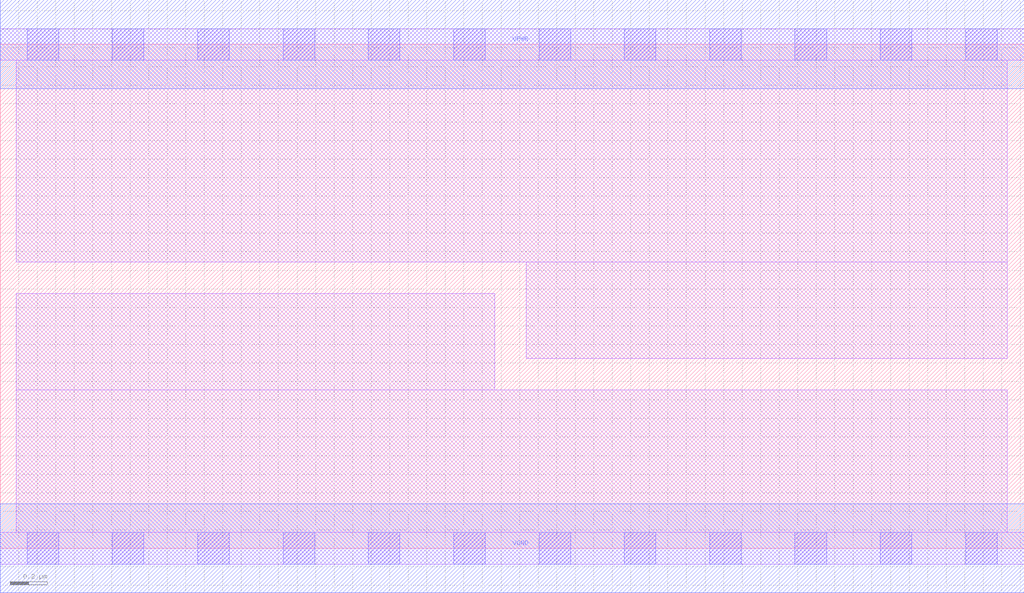
<source format=lef>
# Copyright 2020 The SkyWater PDK Authors
#
# Licensed under the Apache License, Version 2.0 (the "License");
# you may not use this file except in compliance with the License.
# You may obtain a copy of the License at
#
#     https://www.apache.org/licenses/LICENSE-2.0
#
# Unless required by applicable law or agreed to in writing, software
# distributed under the License is distributed on an "AS IS" BASIS,
# WITHOUT WARRANTIES OR CONDITIONS OF ANY KIND, either express or implied.
# See the License for the specific language governing permissions and
# limitations under the License.
#
# SPDX-License-Identifier: Apache-2.0

VERSION 5.7 ;
BUSBITCHARS "[]" ;
DIVIDERCHAR "/" ;
PROPERTYDEFINITIONS
  MACRO maskLayoutSubType STRING ;
  MACRO prCellType STRING ;
  MACRO originalViewName STRING ;
END PROPERTYDEFINITIONS
MACRO sky130_fd_sc_hdll__decap_12
  ORIGIN  0.000000  0.000000 ;
  CLASS CORE ;
  SYMMETRY X Y R90 ;
  SIZE  5.520000 BY  2.720000 ;
  SITE unithd ;
  PIN VGND
    DIRECTION INOUT ;
    USE GROUND ;
    PORT
      LAYER met1 ;
        RECT 0.000000 -0.240000 5.520000 0.240000 ;
    END
  END VGND
  PIN VPWR
    DIRECTION INOUT ;
    USE POWER ;
    PORT
      LAYER met1 ;
        RECT 0.000000 2.480000 5.520000 2.960000 ;
    END
  END VPWR
  OBS
    LAYER li1 ;
      RECT 0.000000 -0.085000 5.520000 0.085000 ;
      RECT 0.000000  2.635000 5.520000 2.805000 ;
      RECT 0.085000  0.085000 5.430000 0.855000 ;
      RECT 0.085000  0.855000 2.665000 1.375000 ;
      RECT 0.085000  1.545000 5.430000 2.635000 ;
      RECT 2.835000  1.025000 5.430000 1.545000 ;
    LAYER mcon ;
      RECT 0.145000 -0.085000 0.315000 0.085000 ;
      RECT 0.145000  2.635000 0.315000 2.805000 ;
      RECT 0.605000 -0.085000 0.775000 0.085000 ;
      RECT 0.605000  2.635000 0.775000 2.805000 ;
      RECT 1.065000 -0.085000 1.235000 0.085000 ;
      RECT 1.065000  2.635000 1.235000 2.805000 ;
      RECT 1.525000 -0.085000 1.695000 0.085000 ;
      RECT 1.525000  2.635000 1.695000 2.805000 ;
      RECT 1.985000 -0.085000 2.155000 0.085000 ;
      RECT 1.985000  2.635000 2.155000 2.805000 ;
      RECT 2.445000 -0.085000 2.615000 0.085000 ;
      RECT 2.445000  2.635000 2.615000 2.805000 ;
      RECT 2.905000 -0.085000 3.075000 0.085000 ;
      RECT 2.905000  2.635000 3.075000 2.805000 ;
      RECT 3.365000 -0.085000 3.535000 0.085000 ;
      RECT 3.365000  2.635000 3.535000 2.805000 ;
      RECT 3.825000 -0.085000 3.995000 0.085000 ;
      RECT 3.825000  2.635000 3.995000 2.805000 ;
      RECT 4.285000 -0.085000 4.455000 0.085000 ;
      RECT 4.285000  2.635000 4.455000 2.805000 ;
      RECT 4.745000 -0.085000 4.915000 0.085000 ;
      RECT 4.745000  2.635000 4.915000 2.805000 ;
      RECT 5.205000 -0.085000 5.375000 0.085000 ;
      RECT 5.205000  2.635000 5.375000 2.805000 ;
  END
  PROPERTY maskLayoutSubType "abstract" ;
  PROPERTY prCellType "standard" ;
  PROPERTY originalViewName "layout" ;
END sky130_fd_sc_hdll__decap_12
END LIBRARY

</source>
